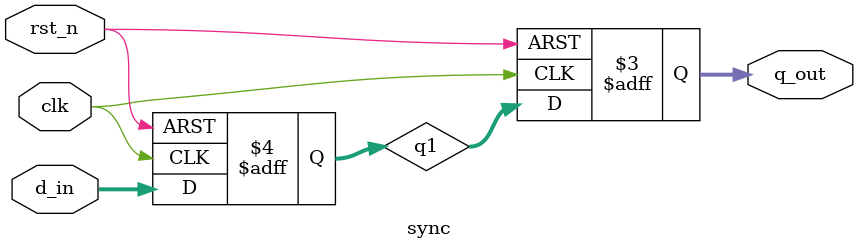
<source format=v>
module sync #(parameter WIDTH = 3) (
    input clk, rst_n,
    input [WIDTH:0] d_in,
    output reg [WIDTH:0] q_out
);
  
  reg [WIDTH:0] q1;
  
  always @(posedge clk or negedge rst_n) begin
    if (!rst_n) begin
      q1    <= 0;
      q_out <= 0;
    end else begin
      q1    <= d_in;
      q_out <= q1;
    end
  end
  
endmodule
</source>
